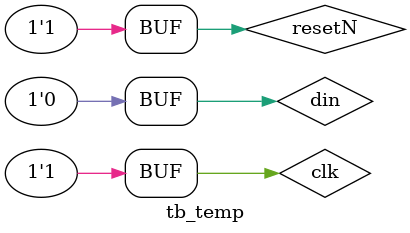
<source format=v>
`include "my_header.v"
module tb_temp () ;
// internal signal declarations
reg resetN,clk,din ; // generator outputs of tb
wire dout ;          // input wires of tb 
// instantiated module Module Under Test
temp mut
   ( .resetN(resetN) , .clk(clk) , .din(din) , .dout(dout) ) ;
// resetN generator
initial
   begin
      resetN = 1'b0 ; # 100 ;
      resetN = 1'b1 ;
   end
// clock generator
always
   begin
      clk = 1'b0 ;  # 50 ;
      clk = 1'b1 ;  # 50 ;
   end
// main sync input generator
initial
   begin
      din = 1'b0 ; # 200 ;
      din = 1'b1 ; # 500 ;
      din = 1'b0 ;
      // run it for 800 ns
      $display("End of test vectors") ;
   end
endmodule
</source>
